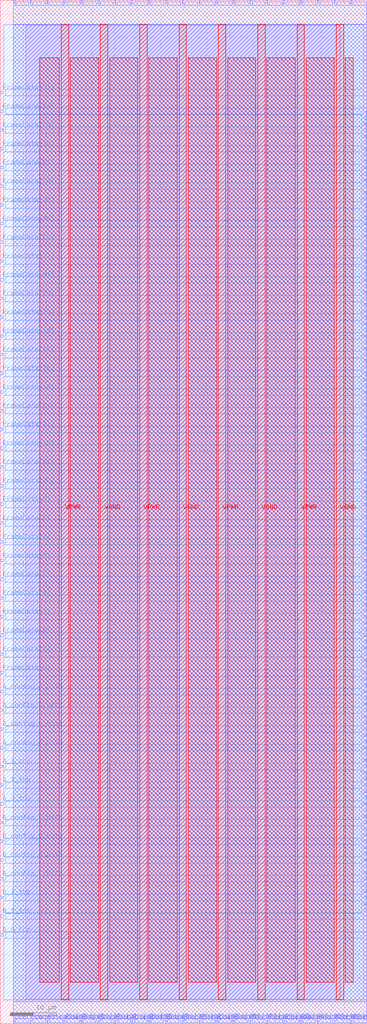
<source format=lef>
VERSION 5.7 ;
  NOWIREEXTENSIONATPIN ON ;
  DIVIDERCHAR "/" ;
  BUSBITCHARS "[]" ;
MACRO W_IO
  CLASS BLOCK ;
  FOREIGN W_IO ;
  ORIGIN 0.000 0.000 ;
  SIZE 80.000 BY 223.115 ;
  PIN A_I_top
    DIRECTION OUTPUT TRISTATE ;
    USE SIGNAL ;
    ANTENNADIFFAREA 0.795200 ;
    PORT
      LAYER met3 ;
        RECT 0.000 55.800 0.800 56.400 ;
    END
  END A_I_top
  PIN A_O_top
    DIRECTION INPUT ;
    USE SIGNAL ;
    ANTENNAGATEAREA 0.196500 ;
    PORT
      LAYER met3 ;
        RECT 0.000 47.640 0.800 48.240 ;
    END
  END A_O_top
  PIN A_T_top
    DIRECTION OUTPUT TRISTATE ;
    USE SIGNAL ;
    ANTENNADIFFAREA 0.795200 ;
    PORT
      LAYER met3 ;
        RECT 0.000 51.720 0.800 52.320 ;
    END
  END A_T_top
  PIN A_config_C_bit0
    DIRECTION OUTPUT TRISTATE ;
    USE SIGNAL ;
    ANTENNADIFFAREA 0.795200 ;
    PORT
      LAYER met3 ;
        RECT 0.000 59.880 0.800 60.480 ;
    END
  END A_config_C_bit0
  PIN A_config_C_bit1
    DIRECTION OUTPUT TRISTATE ;
    USE SIGNAL ;
    ANTENNADIFFAREA 0.795200 ;
    PORT
      LAYER met3 ;
        RECT 0.000 63.960 0.800 64.560 ;
    END
  END A_config_C_bit1
  PIN A_config_C_bit2
    DIRECTION OUTPUT TRISTATE ;
    USE SIGNAL ;
    ANTENNADIFFAREA 0.795200 ;
    PORT
      LAYER met3 ;
        RECT 0.000 68.040 0.800 68.640 ;
    END
  END A_config_C_bit2
  PIN A_config_C_bit3
    DIRECTION OUTPUT TRISTATE ;
    USE SIGNAL ;
    ANTENNADIFFAREA 0.795200 ;
    PORT
      LAYER met3 ;
        RECT 0.000 72.120 0.800 72.720 ;
    END
  END A_config_C_bit3
  PIN B_I_top
    DIRECTION OUTPUT TRISTATE ;
    USE SIGNAL ;
    ANTENNADIFFAREA 0.795200 ;
    PORT
      LAYER met3 ;
        RECT 0.000 27.240 0.800 27.840 ;
    END
  END B_I_top
  PIN B_O_top
    DIRECTION INPUT ;
    USE SIGNAL ;
    ANTENNAGATEAREA 0.196500 ;
    PORT
      LAYER met3 ;
        RECT 0.000 19.080 0.800 19.680 ;
    END
  END B_O_top
  PIN B_T_top
    DIRECTION OUTPUT TRISTATE ;
    USE SIGNAL ;
    ANTENNADIFFAREA 0.795200 ;
    PORT
      LAYER met3 ;
        RECT 0.000 23.160 0.800 23.760 ;
    END
  END B_T_top
  PIN B_config_C_bit0
    DIRECTION OUTPUT TRISTATE ;
    USE SIGNAL ;
    ANTENNADIFFAREA 0.795200 ;
    PORT
      LAYER met3 ;
        RECT 0.000 31.320 0.800 31.920 ;
    END
  END B_config_C_bit0
  PIN B_config_C_bit1
    DIRECTION OUTPUT TRISTATE ;
    USE SIGNAL ;
    ANTENNADIFFAREA 0.795200 ;
    PORT
      LAYER met3 ;
        RECT 0.000 35.400 0.800 36.000 ;
    END
  END B_config_C_bit1
  PIN B_config_C_bit2
    DIRECTION OUTPUT TRISTATE ;
    USE SIGNAL ;
    ANTENNADIFFAREA 0.795200 ;
    PORT
      LAYER met3 ;
        RECT 0.000 39.480 0.800 40.080 ;
    END
  END B_config_C_bit2
  PIN B_config_C_bit3
    DIRECTION OUTPUT TRISTATE ;
    USE SIGNAL ;
    ANTENNADIFFAREA 0.795200 ;
    PORT
      LAYER met3 ;
        RECT 0.000 43.560 0.800 44.160 ;
    END
  END B_config_C_bit3
  PIN E1BEG[0]
    DIRECTION OUTPUT TRISTATE ;
    USE SIGNAL ;
    ANTENNADIFFAREA 0.795200 ;
    PORT
      LAYER met3 ;
        RECT 79.200 89.800 80.000 90.400 ;
    END
  END E1BEG[0]
  PIN E1BEG[1]
    DIRECTION OUTPUT TRISTATE ;
    USE SIGNAL ;
    ANTENNADIFFAREA 0.795200 ;
    PORT
      LAYER met3 ;
        RECT 79.200 91.160 80.000 91.760 ;
    END
  END E1BEG[1]
  PIN E1BEG[2]
    DIRECTION OUTPUT TRISTATE ;
    USE SIGNAL ;
    ANTENNADIFFAREA 0.445500 ;
    PORT
      LAYER met3 ;
        RECT 79.200 92.520 80.000 93.120 ;
    END
  END E1BEG[2]
  PIN E1BEG[3]
    DIRECTION OUTPUT TRISTATE ;
    USE SIGNAL ;
    ANTENNADIFFAREA 0.795200 ;
    PORT
      LAYER met3 ;
        RECT 79.200 93.880 80.000 94.480 ;
    END
  END E1BEG[3]
  PIN E2BEG[0]
    DIRECTION OUTPUT TRISTATE ;
    USE SIGNAL ;
    ANTENNADIFFAREA 0.795200 ;
    PORT
      LAYER met3 ;
        RECT 79.200 95.240 80.000 95.840 ;
    END
  END E2BEG[0]
  PIN E2BEG[1]
    DIRECTION OUTPUT TRISTATE ;
    USE SIGNAL ;
    ANTENNADIFFAREA 0.795200 ;
    PORT
      LAYER met3 ;
        RECT 79.200 96.600 80.000 97.200 ;
    END
  END E2BEG[1]
  PIN E2BEG[2]
    DIRECTION OUTPUT TRISTATE ;
    USE SIGNAL ;
    ANTENNADIFFAREA 0.795200 ;
    PORT
      LAYER met3 ;
        RECT 79.200 97.960 80.000 98.560 ;
    END
  END E2BEG[2]
  PIN E2BEG[3]
    DIRECTION OUTPUT TRISTATE ;
    USE SIGNAL ;
    ANTENNADIFFAREA 0.795200 ;
    PORT
      LAYER met3 ;
        RECT 79.200 99.320 80.000 99.920 ;
    END
  END E2BEG[3]
  PIN E2BEG[4]
    DIRECTION OUTPUT TRISTATE ;
    USE SIGNAL ;
    ANTENNADIFFAREA 0.445500 ;
    PORT
      LAYER met3 ;
        RECT 79.200 100.680 80.000 101.280 ;
    END
  END E2BEG[4]
  PIN E2BEG[5]
    DIRECTION OUTPUT TRISTATE ;
    USE SIGNAL ;
    ANTENNADIFFAREA 0.795200 ;
    PORT
      LAYER met3 ;
        RECT 79.200 102.040 80.000 102.640 ;
    END
  END E2BEG[5]
  PIN E2BEG[6]
    DIRECTION OUTPUT TRISTATE ;
    USE SIGNAL ;
    ANTENNADIFFAREA 0.795200 ;
    PORT
      LAYER met3 ;
        RECT 79.200 103.400 80.000 104.000 ;
    END
  END E2BEG[6]
  PIN E2BEG[7]
    DIRECTION OUTPUT TRISTATE ;
    USE SIGNAL ;
    ANTENNADIFFAREA 0.795200 ;
    PORT
      LAYER met3 ;
        RECT 79.200 104.760 80.000 105.360 ;
    END
  END E2BEG[7]
  PIN E2BEGb[0]
    DIRECTION OUTPUT TRISTATE ;
    USE SIGNAL ;
    ANTENNADIFFAREA 0.445500 ;
    PORT
      LAYER met3 ;
        RECT 79.200 106.120 80.000 106.720 ;
    END
  END E2BEGb[0]
  PIN E2BEGb[1]
    DIRECTION OUTPUT TRISTATE ;
    USE SIGNAL ;
    ANTENNADIFFAREA 0.445500 ;
    PORT
      LAYER met3 ;
        RECT 79.200 107.480 80.000 108.080 ;
    END
  END E2BEGb[1]
  PIN E2BEGb[2]
    DIRECTION OUTPUT TRISTATE ;
    USE SIGNAL ;
    ANTENNADIFFAREA 0.445500 ;
    PORT
      LAYER met3 ;
        RECT 79.200 108.840 80.000 109.440 ;
    END
  END E2BEGb[2]
  PIN E2BEGb[3]
    DIRECTION OUTPUT TRISTATE ;
    USE SIGNAL ;
    ANTENNADIFFAREA 0.795200 ;
    PORT
      LAYER met3 ;
        RECT 79.200 110.200 80.000 110.800 ;
    END
  END E2BEGb[3]
  PIN E2BEGb[4]
    DIRECTION OUTPUT TRISTATE ;
    USE SIGNAL ;
    ANTENNADIFFAREA 0.795200 ;
    PORT
      LAYER met3 ;
        RECT 79.200 111.560 80.000 112.160 ;
    END
  END E2BEGb[4]
  PIN E2BEGb[5]
    DIRECTION OUTPUT TRISTATE ;
    USE SIGNAL ;
    ANTENNADIFFAREA 0.445500 ;
    PORT
      LAYER met3 ;
        RECT 79.200 112.920 80.000 113.520 ;
    END
  END E2BEGb[5]
  PIN E2BEGb[6]
    DIRECTION OUTPUT TRISTATE ;
    USE SIGNAL ;
    ANTENNADIFFAREA 0.445500 ;
    PORT
      LAYER met3 ;
        RECT 79.200 114.280 80.000 114.880 ;
    END
  END E2BEGb[6]
  PIN E2BEGb[7]
    DIRECTION OUTPUT TRISTATE ;
    USE SIGNAL ;
    ANTENNADIFFAREA 0.445500 ;
    PORT
      LAYER met3 ;
        RECT 79.200 115.640 80.000 116.240 ;
    END
  END E2BEGb[7]
  PIN E6BEG[0]
    DIRECTION OUTPUT TRISTATE ;
    USE SIGNAL ;
    ANTENNADIFFAREA 0.445500 ;
    PORT
      LAYER met3 ;
        RECT 79.200 138.760 80.000 139.360 ;
    END
  END E6BEG[0]
  PIN E6BEG[10]
    DIRECTION OUTPUT TRISTATE ;
    USE SIGNAL ;
    ANTENNADIFFAREA 0.445500 ;
    PORT
      LAYER met3 ;
        RECT 79.200 152.360 80.000 152.960 ;
    END
  END E6BEG[10]
  PIN E6BEG[11]
    DIRECTION OUTPUT TRISTATE ;
    USE SIGNAL ;
    ANTENNADIFFAREA 0.795200 ;
    PORT
      LAYER met3 ;
        RECT 79.200 153.720 80.000 154.320 ;
    END
  END E6BEG[11]
  PIN E6BEG[1]
    DIRECTION OUTPUT TRISTATE ;
    USE SIGNAL ;
    ANTENNADIFFAREA 0.445500 ;
    PORT
      LAYER met3 ;
        RECT 79.200 140.120 80.000 140.720 ;
    END
  END E6BEG[1]
  PIN E6BEG[2]
    DIRECTION OUTPUT TRISTATE ;
    USE SIGNAL ;
    ANTENNADIFFAREA 0.795200 ;
    PORT
      LAYER met3 ;
        RECT 79.200 141.480 80.000 142.080 ;
    END
  END E6BEG[2]
  PIN E6BEG[3]
    DIRECTION OUTPUT TRISTATE ;
    USE SIGNAL ;
    ANTENNADIFFAREA 0.795200 ;
    PORT
      LAYER met3 ;
        RECT 79.200 142.840 80.000 143.440 ;
    END
  END E6BEG[3]
  PIN E6BEG[4]
    DIRECTION OUTPUT TRISTATE ;
    USE SIGNAL ;
    ANTENNADIFFAREA 0.795200 ;
    PORT
      LAYER met3 ;
        RECT 79.200 144.200 80.000 144.800 ;
    END
  END E6BEG[4]
  PIN E6BEG[5]
    DIRECTION OUTPUT TRISTATE ;
    USE SIGNAL ;
    ANTENNADIFFAREA 0.795200 ;
    PORT
      LAYER met3 ;
        RECT 79.200 145.560 80.000 146.160 ;
    END
  END E6BEG[5]
  PIN E6BEG[6]
    DIRECTION OUTPUT TRISTATE ;
    USE SIGNAL ;
    ANTENNADIFFAREA 0.795200 ;
    PORT
      LAYER met3 ;
        RECT 79.200 146.920 80.000 147.520 ;
    END
  END E6BEG[6]
  PIN E6BEG[7]
    DIRECTION OUTPUT TRISTATE ;
    USE SIGNAL ;
    ANTENNADIFFAREA 0.795200 ;
    PORT
      LAYER met3 ;
        RECT 79.200 148.280 80.000 148.880 ;
    END
  END E6BEG[7]
  PIN E6BEG[8]
    DIRECTION OUTPUT TRISTATE ;
    USE SIGNAL ;
    ANTENNADIFFAREA 0.795200 ;
    PORT
      LAYER met3 ;
        RECT 79.200 149.640 80.000 150.240 ;
    END
  END E6BEG[8]
  PIN E6BEG[9]
    DIRECTION OUTPUT TRISTATE ;
    USE SIGNAL ;
    ANTENNADIFFAREA 0.795200 ;
    PORT
      LAYER met3 ;
        RECT 79.200 151.000 80.000 151.600 ;
    END
  END E6BEG[9]
  PIN EE4BEG[0]
    DIRECTION OUTPUT TRISTATE ;
    USE SIGNAL ;
    ANTENNADIFFAREA 0.795200 ;
    PORT
      LAYER met3 ;
        RECT 79.200 117.000 80.000 117.600 ;
    END
  END EE4BEG[0]
  PIN EE4BEG[10]
    DIRECTION OUTPUT TRISTATE ;
    USE SIGNAL ;
    ANTENNADIFFAREA 0.795200 ;
    PORT
      LAYER met3 ;
        RECT 79.200 130.600 80.000 131.200 ;
    END
  END EE4BEG[10]
  PIN EE4BEG[11]
    DIRECTION OUTPUT TRISTATE ;
    USE SIGNAL ;
    ANTENNADIFFAREA 0.445500 ;
    PORT
      LAYER met3 ;
        RECT 79.200 131.960 80.000 132.560 ;
    END
  END EE4BEG[11]
  PIN EE4BEG[12]
    DIRECTION OUTPUT TRISTATE ;
    USE SIGNAL ;
    ANTENNADIFFAREA 0.795200 ;
    PORT
      LAYER met3 ;
        RECT 79.200 133.320 80.000 133.920 ;
    END
  END EE4BEG[12]
  PIN EE4BEG[13]
    DIRECTION OUTPUT TRISTATE ;
    USE SIGNAL ;
    ANTENNADIFFAREA 0.795200 ;
    PORT
      LAYER met3 ;
        RECT 79.200 134.680 80.000 135.280 ;
    END
  END EE4BEG[13]
  PIN EE4BEG[14]
    DIRECTION OUTPUT TRISTATE ;
    USE SIGNAL ;
    ANTENNADIFFAREA 0.795200 ;
    PORT
      LAYER met3 ;
        RECT 79.200 136.040 80.000 136.640 ;
    END
  END EE4BEG[14]
  PIN EE4BEG[15]
    DIRECTION OUTPUT TRISTATE ;
    USE SIGNAL ;
    ANTENNADIFFAREA 0.795200 ;
    PORT
      LAYER met3 ;
        RECT 79.200 137.400 80.000 138.000 ;
    END
  END EE4BEG[15]
  PIN EE4BEG[1]
    DIRECTION OUTPUT TRISTATE ;
    USE SIGNAL ;
    ANTENNADIFFAREA 0.445500 ;
    PORT
      LAYER met3 ;
        RECT 79.200 118.360 80.000 118.960 ;
    END
  END EE4BEG[1]
  PIN EE4BEG[2]
    DIRECTION OUTPUT TRISTATE ;
    USE SIGNAL ;
    ANTENNADIFFAREA 0.795200 ;
    PORT
      LAYER met3 ;
        RECT 79.200 119.720 80.000 120.320 ;
    END
  END EE4BEG[2]
  PIN EE4BEG[3]
    DIRECTION OUTPUT TRISTATE ;
    USE SIGNAL ;
    ANTENNADIFFAREA 0.445500 ;
    PORT
      LAYER met3 ;
        RECT 79.200 121.080 80.000 121.680 ;
    END
  END EE4BEG[3]
  PIN EE4BEG[4]
    DIRECTION OUTPUT TRISTATE ;
    USE SIGNAL ;
    ANTENNADIFFAREA 0.795200 ;
    PORT
      LAYER met3 ;
        RECT 79.200 122.440 80.000 123.040 ;
    END
  END EE4BEG[4]
  PIN EE4BEG[5]
    DIRECTION OUTPUT TRISTATE ;
    USE SIGNAL ;
    ANTENNADIFFAREA 0.795200 ;
    PORT
      LAYER met3 ;
        RECT 79.200 123.800 80.000 124.400 ;
    END
  END EE4BEG[5]
  PIN EE4BEG[6]
    DIRECTION OUTPUT TRISTATE ;
    USE SIGNAL ;
    ANTENNADIFFAREA 0.445500 ;
    PORT
      LAYER met3 ;
        RECT 79.200 125.160 80.000 125.760 ;
    END
  END EE4BEG[6]
  PIN EE4BEG[7]
    DIRECTION OUTPUT TRISTATE ;
    USE SIGNAL ;
    ANTENNADIFFAREA 0.795200 ;
    PORT
      LAYER met3 ;
        RECT 79.200 126.520 80.000 127.120 ;
    END
  END EE4BEG[7]
  PIN EE4BEG[8]
    DIRECTION OUTPUT TRISTATE ;
    USE SIGNAL ;
    ANTENNADIFFAREA 0.795200 ;
    PORT
      LAYER met3 ;
        RECT 79.200 127.880 80.000 128.480 ;
    END
  END EE4BEG[8]
  PIN EE4BEG[9]
    DIRECTION OUTPUT TRISTATE ;
    USE SIGNAL ;
    ANTENNADIFFAREA 0.795200 ;
    PORT
      LAYER met3 ;
        RECT 79.200 129.240 80.000 129.840 ;
    END
  END EE4BEG[9]
  PIN FrameData[0]
    DIRECTION INPUT ;
    USE SIGNAL ;
    ANTENNAGATEAREA 0.213000 ;
    PORT
      LAYER met3 ;
        RECT 0.000 76.200 0.800 76.800 ;
    END
  END FrameData[0]
  PIN FrameData[10]
    DIRECTION INPUT ;
    USE SIGNAL ;
    ANTENNAGATEAREA 0.126000 ;
    PORT
      LAYER met3 ;
        RECT 0.000 117.000 0.800 117.600 ;
    END
  END FrameData[10]
  PIN FrameData[11]
    DIRECTION INPUT ;
    USE SIGNAL ;
    ANTENNAGATEAREA 0.213000 ;
    PORT
      LAYER met3 ;
        RECT 0.000 121.080 0.800 121.680 ;
    END
  END FrameData[11]
  PIN FrameData[12]
    DIRECTION INPUT ;
    USE SIGNAL ;
    ANTENNAGATEAREA 0.126000 ;
    PORT
      LAYER met3 ;
        RECT 0.000 125.160 0.800 125.760 ;
    END
  END FrameData[12]
  PIN FrameData[13]
    DIRECTION INPUT ;
    USE SIGNAL ;
    ANTENNAGATEAREA 0.213000 ;
    PORT
      LAYER met3 ;
        RECT 0.000 129.240 0.800 129.840 ;
    END
  END FrameData[13]
  PIN FrameData[14]
    DIRECTION INPUT ;
    USE SIGNAL ;
    ANTENNAGATEAREA 0.213000 ;
    PORT
      LAYER met3 ;
        RECT 0.000 133.320 0.800 133.920 ;
    END
  END FrameData[14]
  PIN FrameData[15]
    DIRECTION INPUT ;
    USE SIGNAL ;
    ANTENNAGATEAREA 0.213000 ;
    PORT
      LAYER met3 ;
        RECT 0.000 137.400 0.800 138.000 ;
    END
  END FrameData[15]
  PIN FrameData[16]
    DIRECTION INPUT ;
    USE SIGNAL ;
    ANTENNAGATEAREA 0.159000 ;
    PORT
      LAYER met3 ;
        RECT 0.000 141.480 0.800 142.080 ;
    END
  END FrameData[16]
  PIN FrameData[17]
    DIRECTION INPUT ;
    USE SIGNAL ;
    ANTENNAGATEAREA 0.159000 ;
    PORT
      LAYER met3 ;
        RECT 0.000 145.560 0.800 146.160 ;
    END
  END FrameData[17]
  PIN FrameData[18]
    DIRECTION INPUT ;
    USE SIGNAL ;
    ANTENNAGATEAREA 0.159000 ;
    PORT
      LAYER met3 ;
        RECT 0.000 149.640 0.800 150.240 ;
    END
  END FrameData[18]
  PIN FrameData[19]
    DIRECTION INPUT ;
    USE SIGNAL ;
    ANTENNAGATEAREA 0.159000 ;
    PORT
      LAYER met3 ;
        RECT 0.000 153.720 0.800 154.320 ;
    END
  END FrameData[19]
  PIN FrameData[1]
    DIRECTION INPUT ;
    USE SIGNAL ;
    ANTENNAGATEAREA 0.213000 ;
    PORT
      LAYER met3 ;
        RECT 0.000 80.280 0.800 80.880 ;
    END
  END FrameData[1]
  PIN FrameData[20]
    DIRECTION INPUT ;
    USE SIGNAL ;
    ANTENNAGATEAREA 0.159000 ;
    PORT
      LAYER met3 ;
        RECT 0.000 157.800 0.800 158.400 ;
    END
  END FrameData[20]
  PIN FrameData[21]
    DIRECTION INPUT ;
    USE SIGNAL ;
    ANTENNAGATEAREA 0.159000 ;
    PORT
      LAYER met3 ;
        RECT 0.000 161.880 0.800 162.480 ;
    END
  END FrameData[21]
  PIN FrameData[22]
    DIRECTION INPUT ;
    USE SIGNAL ;
    ANTENNAGATEAREA 0.159000 ;
    PORT
      LAYER met3 ;
        RECT 0.000 165.960 0.800 166.560 ;
    END
  END FrameData[22]
  PIN FrameData[23]
    DIRECTION INPUT ;
    USE SIGNAL ;
    ANTENNAGATEAREA 0.159000 ;
    PORT
      LAYER met3 ;
        RECT 0.000 170.040 0.800 170.640 ;
    END
  END FrameData[23]
  PIN FrameData[24]
    DIRECTION INPUT ;
    USE SIGNAL ;
    ANTENNAGATEAREA 0.159000 ;
    PORT
      LAYER met3 ;
        RECT 0.000 174.120 0.800 174.720 ;
    END
  END FrameData[24]
  PIN FrameData[25]
    DIRECTION INPUT ;
    USE SIGNAL ;
    ANTENNAGATEAREA 0.159000 ;
    PORT
      LAYER met3 ;
        RECT 0.000 178.200 0.800 178.800 ;
    END
  END FrameData[25]
  PIN FrameData[26]
    DIRECTION INPUT ;
    USE SIGNAL ;
    ANTENNAGATEAREA 0.159000 ;
    PORT
      LAYER met3 ;
        RECT 0.000 182.280 0.800 182.880 ;
    END
  END FrameData[26]
  PIN FrameData[27]
    DIRECTION INPUT ;
    USE SIGNAL ;
    ANTENNAGATEAREA 0.159000 ;
    PORT
      LAYER met3 ;
        RECT 0.000 186.360 0.800 186.960 ;
    END
  END FrameData[27]
  PIN FrameData[28]
    DIRECTION INPUT ;
    USE SIGNAL ;
    ANTENNAGATEAREA 0.159000 ;
    PORT
      LAYER met3 ;
        RECT 0.000 190.440 0.800 191.040 ;
    END
  END FrameData[28]
  PIN FrameData[29]
    DIRECTION INPUT ;
    USE SIGNAL ;
    ANTENNAGATEAREA 0.159000 ;
    PORT
      LAYER met3 ;
        RECT 0.000 194.520 0.800 195.120 ;
    END
  END FrameData[29]
  PIN FrameData[2]
    DIRECTION INPUT ;
    USE SIGNAL ;
    ANTENNAGATEAREA 0.213000 ;
    PORT
      LAYER met3 ;
        RECT 0.000 84.360 0.800 84.960 ;
    END
  END FrameData[2]
  PIN FrameData[30]
    DIRECTION INPUT ;
    USE SIGNAL ;
    ANTENNAGATEAREA 0.159000 ;
    PORT
      LAYER met3 ;
        RECT 0.000 198.600 0.800 199.200 ;
    END
  END FrameData[30]
  PIN FrameData[31]
    DIRECTION INPUT ;
    USE SIGNAL ;
    ANTENNAGATEAREA 0.159000 ;
    PORT
      LAYER met3 ;
        RECT 0.000 202.680 0.800 203.280 ;
    END
  END FrameData[31]
  PIN FrameData[3]
    DIRECTION INPUT ;
    USE SIGNAL ;
    ANTENNAGATEAREA 0.213000 ;
    PORT
      LAYER met3 ;
        RECT 0.000 88.440 0.800 89.040 ;
    END
  END FrameData[3]
  PIN FrameData[4]
    DIRECTION INPUT ;
    USE SIGNAL ;
    ANTENNAGATEAREA 0.159000 ;
    PORT
      LAYER met3 ;
        RECT 0.000 92.520 0.800 93.120 ;
    END
  END FrameData[4]
  PIN FrameData[5]
    DIRECTION INPUT ;
    USE SIGNAL ;
    ANTENNAGATEAREA 0.213000 ;
    PORT
      LAYER met3 ;
        RECT 0.000 96.600 0.800 97.200 ;
    END
  END FrameData[5]
  PIN FrameData[6]
    DIRECTION INPUT ;
    USE SIGNAL ;
    ANTENNAGATEAREA 0.213000 ;
    PORT
      LAYER met3 ;
        RECT 0.000 100.680 0.800 101.280 ;
    END
  END FrameData[6]
  PIN FrameData[7]
    DIRECTION INPUT ;
    USE SIGNAL ;
    ANTENNAGATEAREA 0.213000 ;
    PORT
      LAYER met3 ;
        RECT 0.000 104.760 0.800 105.360 ;
    END
  END FrameData[7]
  PIN FrameData[8]
    DIRECTION INPUT ;
    USE SIGNAL ;
    ANTENNAGATEAREA 0.213000 ;
    PORT
      LAYER met3 ;
        RECT 0.000 108.840 0.800 109.440 ;
    END
  END FrameData[8]
  PIN FrameData[9]
    DIRECTION INPUT ;
    USE SIGNAL ;
    ANTENNAGATEAREA 0.213000 ;
    PORT
      LAYER met3 ;
        RECT 0.000 112.920 0.800 113.520 ;
    END
  END FrameData[9]
  PIN FrameData_O[0]
    DIRECTION OUTPUT TRISTATE ;
    USE SIGNAL ;
    ANTENNADIFFAREA 0.795200 ;
    PORT
      LAYER met3 ;
        RECT 79.200 155.080 80.000 155.680 ;
    END
  END FrameData_O[0]
  PIN FrameData_O[10]
    DIRECTION OUTPUT TRISTATE ;
    USE SIGNAL ;
    ANTENNADIFFAREA 0.795200 ;
    PORT
      LAYER met3 ;
        RECT 79.200 168.680 80.000 169.280 ;
    END
  END FrameData_O[10]
  PIN FrameData_O[11]
    DIRECTION OUTPUT TRISTATE ;
    USE SIGNAL ;
    ANTENNADIFFAREA 0.795200 ;
    PORT
      LAYER met3 ;
        RECT 79.200 170.040 80.000 170.640 ;
    END
  END FrameData_O[11]
  PIN FrameData_O[12]
    DIRECTION OUTPUT TRISTATE ;
    USE SIGNAL ;
    ANTENNADIFFAREA 0.795200 ;
    PORT
      LAYER met3 ;
        RECT 79.200 171.400 80.000 172.000 ;
    END
  END FrameData_O[12]
  PIN FrameData_O[13]
    DIRECTION OUTPUT TRISTATE ;
    USE SIGNAL ;
    ANTENNADIFFAREA 0.795200 ;
    PORT
      LAYER met3 ;
        RECT 79.200 172.760 80.000 173.360 ;
    END
  END FrameData_O[13]
  PIN FrameData_O[14]
    DIRECTION OUTPUT TRISTATE ;
    USE SIGNAL ;
    ANTENNADIFFAREA 0.795200 ;
    PORT
      LAYER met3 ;
        RECT 79.200 174.120 80.000 174.720 ;
    END
  END FrameData_O[14]
  PIN FrameData_O[15]
    DIRECTION OUTPUT TRISTATE ;
    USE SIGNAL ;
    ANTENNADIFFAREA 0.795200 ;
    PORT
      LAYER met3 ;
        RECT 79.200 175.480 80.000 176.080 ;
    END
  END FrameData_O[15]
  PIN FrameData_O[16]
    DIRECTION OUTPUT TRISTATE ;
    USE SIGNAL ;
    ANTENNADIFFAREA 0.795200 ;
    PORT
      LAYER met3 ;
        RECT 79.200 176.840 80.000 177.440 ;
    END
  END FrameData_O[16]
  PIN FrameData_O[17]
    DIRECTION OUTPUT TRISTATE ;
    USE SIGNAL ;
    ANTENNADIFFAREA 0.795200 ;
    PORT
      LAYER met3 ;
        RECT 79.200 178.200 80.000 178.800 ;
    END
  END FrameData_O[17]
  PIN FrameData_O[18]
    DIRECTION OUTPUT TRISTATE ;
    USE SIGNAL ;
    ANTENNADIFFAREA 0.445500 ;
    PORT
      LAYER met3 ;
        RECT 79.200 179.560 80.000 180.160 ;
    END
  END FrameData_O[18]
  PIN FrameData_O[19]
    DIRECTION OUTPUT TRISTATE ;
    USE SIGNAL ;
    ANTENNADIFFAREA 0.795200 ;
    PORT
      LAYER met3 ;
        RECT 79.200 180.920 80.000 181.520 ;
    END
  END FrameData_O[19]
  PIN FrameData_O[1]
    DIRECTION OUTPUT TRISTATE ;
    USE SIGNAL ;
    ANTENNADIFFAREA 0.795200 ;
    PORT
      LAYER met3 ;
        RECT 79.200 156.440 80.000 157.040 ;
    END
  END FrameData_O[1]
  PIN FrameData_O[20]
    DIRECTION OUTPUT TRISTATE ;
    USE SIGNAL ;
    ANTENNADIFFAREA 0.445500 ;
    PORT
      LAYER met3 ;
        RECT 79.200 182.280 80.000 182.880 ;
    END
  END FrameData_O[20]
  PIN FrameData_O[21]
    DIRECTION OUTPUT TRISTATE ;
    USE SIGNAL ;
    ANTENNADIFFAREA 0.795200 ;
    PORT
      LAYER met3 ;
        RECT 79.200 183.640 80.000 184.240 ;
    END
  END FrameData_O[21]
  PIN FrameData_O[22]
    DIRECTION OUTPUT TRISTATE ;
    USE SIGNAL ;
    ANTENNADIFFAREA 0.795200 ;
    PORT
      LAYER met3 ;
        RECT 79.200 185.000 80.000 185.600 ;
    END
  END FrameData_O[22]
  PIN FrameData_O[23]
    DIRECTION OUTPUT TRISTATE ;
    USE SIGNAL ;
    ANTENNADIFFAREA 0.795200 ;
    PORT
      LAYER met3 ;
        RECT 79.200 186.360 80.000 186.960 ;
    END
  END FrameData_O[23]
  PIN FrameData_O[24]
    DIRECTION OUTPUT TRISTATE ;
    USE SIGNAL ;
    ANTENNADIFFAREA 0.445500 ;
    PORT
      LAYER met3 ;
        RECT 79.200 187.720 80.000 188.320 ;
    END
  END FrameData_O[24]
  PIN FrameData_O[25]
    DIRECTION OUTPUT TRISTATE ;
    USE SIGNAL ;
    ANTENNADIFFAREA 0.445500 ;
    PORT
      LAYER met3 ;
        RECT 79.200 189.080 80.000 189.680 ;
    END
  END FrameData_O[25]
  PIN FrameData_O[26]
    DIRECTION OUTPUT TRISTATE ;
    USE SIGNAL ;
    ANTENNADIFFAREA 0.795200 ;
    PORT
      LAYER met3 ;
        RECT 79.200 190.440 80.000 191.040 ;
    END
  END FrameData_O[26]
  PIN FrameData_O[27]
    DIRECTION OUTPUT TRISTATE ;
    USE SIGNAL ;
    ANTENNADIFFAREA 0.795200 ;
    PORT
      LAYER met3 ;
        RECT 79.200 191.800 80.000 192.400 ;
    END
  END FrameData_O[27]
  PIN FrameData_O[28]
    DIRECTION OUTPUT TRISTATE ;
    USE SIGNAL ;
    ANTENNADIFFAREA 0.445500 ;
    PORT
      LAYER met3 ;
        RECT 79.200 193.160 80.000 193.760 ;
    END
  END FrameData_O[28]
  PIN FrameData_O[29]
    DIRECTION OUTPUT TRISTATE ;
    USE SIGNAL ;
    ANTENNADIFFAREA 0.795200 ;
    PORT
      LAYER met3 ;
        RECT 79.200 194.520 80.000 195.120 ;
    END
  END FrameData_O[29]
  PIN FrameData_O[2]
    DIRECTION OUTPUT TRISTATE ;
    USE SIGNAL ;
    ANTENNADIFFAREA 0.795200 ;
    PORT
      LAYER met3 ;
        RECT 79.200 157.800 80.000 158.400 ;
    END
  END FrameData_O[2]
  PIN FrameData_O[30]
    DIRECTION OUTPUT TRISTATE ;
    USE SIGNAL ;
    ANTENNADIFFAREA 0.795200 ;
    PORT
      LAYER met3 ;
        RECT 79.200 195.880 80.000 196.480 ;
    END
  END FrameData_O[30]
  PIN FrameData_O[31]
    DIRECTION OUTPUT TRISTATE ;
    USE SIGNAL ;
    ANTENNADIFFAREA 0.795200 ;
    PORT
      LAYER met3 ;
        RECT 79.200 197.240 80.000 197.840 ;
    END
  END FrameData_O[31]
  PIN FrameData_O[3]
    DIRECTION OUTPUT TRISTATE ;
    USE SIGNAL ;
    ANTENNADIFFAREA 0.795200 ;
    PORT
      LAYER met3 ;
        RECT 79.200 159.160 80.000 159.760 ;
    END
  END FrameData_O[3]
  PIN FrameData_O[4]
    DIRECTION OUTPUT TRISTATE ;
    USE SIGNAL ;
    ANTENNADIFFAREA 0.445500 ;
    PORT
      LAYER met3 ;
        RECT 79.200 160.520 80.000 161.120 ;
    END
  END FrameData_O[4]
  PIN FrameData_O[5]
    DIRECTION OUTPUT TRISTATE ;
    USE SIGNAL ;
    ANTENNADIFFAREA 0.445500 ;
    PORT
      LAYER met3 ;
        RECT 79.200 161.880 80.000 162.480 ;
    END
  END FrameData_O[5]
  PIN FrameData_O[6]
    DIRECTION OUTPUT TRISTATE ;
    USE SIGNAL ;
    ANTENNADIFFAREA 0.795200 ;
    PORT
      LAYER met3 ;
        RECT 79.200 163.240 80.000 163.840 ;
    END
  END FrameData_O[6]
  PIN FrameData_O[7]
    DIRECTION OUTPUT TRISTATE ;
    USE SIGNAL ;
    ANTENNADIFFAREA 0.795200 ;
    PORT
      LAYER met3 ;
        RECT 79.200 164.600 80.000 165.200 ;
    END
  END FrameData_O[7]
  PIN FrameData_O[8]
    DIRECTION OUTPUT TRISTATE ;
    USE SIGNAL ;
    ANTENNADIFFAREA 0.445500 ;
    PORT
      LAYER met3 ;
        RECT 79.200 165.960 80.000 166.560 ;
    END
  END FrameData_O[8]
  PIN FrameData_O[9]
    DIRECTION OUTPUT TRISTATE ;
    USE SIGNAL ;
    ANTENNADIFFAREA 0.795200 ;
    PORT
      LAYER met3 ;
        RECT 79.200 167.320 80.000 167.920 ;
    END
  END FrameData_O[9]
  PIN FrameStrobe[0]
    DIRECTION INPUT ;
    USE SIGNAL ;
    ANTENNAGATEAREA 0.742500 ;
    PORT
      LAYER met2 ;
        RECT 6.530 0.000 6.810 0.800 ;
    END
  END FrameStrobe[0]
  PIN FrameStrobe[10]
    DIRECTION INPUT ;
    USE SIGNAL ;
    ANTENNAGATEAREA 0.196500 ;
    PORT
      LAYER met2 ;
        RECT 43.330 0.000 43.610 0.800 ;
    END
  END FrameStrobe[10]
  PIN FrameStrobe[11]
    DIRECTION INPUT ;
    USE SIGNAL ;
    ANTENNAGATEAREA 0.196500 ;
    PORT
      LAYER met2 ;
        RECT 47.010 0.000 47.290 0.800 ;
    END
  END FrameStrobe[11]
  PIN FrameStrobe[12]
    DIRECTION INPUT ;
    USE SIGNAL ;
    ANTENNAGATEAREA 0.196500 ;
    PORT
      LAYER met2 ;
        RECT 50.690 0.000 50.970 0.800 ;
    END
  END FrameStrobe[12]
  PIN FrameStrobe[13]
    DIRECTION INPUT ;
    USE SIGNAL ;
    ANTENNAGATEAREA 0.196500 ;
    PORT
      LAYER met2 ;
        RECT 54.370 0.000 54.650 0.800 ;
    END
  END FrameStrobe[13]
  PIN FrameStrobe[14]
    DIRECTION INPUT ;
    USE SIGNAL ;
    ANTENNAGATEAREA 0.196500 ;
    PORT
      LAYER met2 ;
        RECT 58.050 0.000 58.330 0.800 ;
    END
  END FrameStrobe[14]
  PIN FrameStrobe[15]
    DIRECTION INPUT ;
    USE SIGNAL ;
    ANTENNAGATEAREA 0.196500 ;
    PORT
      LAYER met2 ;
        RECT 61.730 0.000 62.010 0.800 ;
    END
  END FrameStrobe[15]
  PIN FrameStrobe[16]
    DIRECTION INPUT ;
    USE SIGNAL ;
    ANTENNAGATEAREA 0.196500 ;
    PORT
      LAYER met2 ;
        RECT 65.410 0.000 65.690 0.800 ;
    END
  END FrameStrobe[16]
  PIN FrameStrobe[17]
    DIRECTION INPUT ;
    USE SIGNAL ;
    ANTENNAGATEAREA 0.196500 ;
    PORT
      LAYER met2 ;
        RECT 69.090 0.000 69.370 0.800 ;
    END
  END FrameStrobe[17]
  PIN FrameStrobe[18]
    DIRECTION INPUT ;
    USE SIGNAL ;
    ANTENNAGATEAREA 0.196500 ;
    PORT
      LAYER met2 ;
        RECT 72.770 0.000 73.050 0.800 ;
    END
  END FrameStrobe[18]
  PIN FrameStrobe[19]
    DIRECTION INPUT ;
    USE SIGNAL ;
    ANTENNAGATEAREA 0.196500 ;
    PORT
      LAYER met2 ;
        RECT 76.450 0.000 76.730 0.800 ;
    END
  END FrameStrobe[19]
  PIN FrameStrobe[1]
    DIRECTION INPUT ;
    USE SIGNAL ;
    ANTENNAGATEAREA 0.742500 ;
    PORT
      LAYER met2 ;
        RECT 10.210 0.000 10.490 0.800 ;
    END
  END FrameStrobe[1]
  PIN FrameStrobe[2]
    DIRECTION INPUT ;
    USE SIGNAL ;
    ANTENNAGATEAREA 0.742500 ;
    PORT
      LAYER met2 ;
        RECT 13.890 0.000 14.170 0.800 ;
    END
  END FrameStrobe[2]
  PIN FrameStrobe[3]
    DIRECTION INPUT ;
    USE SIGNAL ;
    ANTENNAGATEAREA 0.247500 ;
    PORT
      LAYER met2 ;
        RECT 17.570 0.000 17.850 0.800 ;
    END
  END FrameStrobe[3]
  PIN FrameStrobe[4]
    DIRECTION INPUT ;
    USE SIGNAL ;
    ANTENNAGATEAREA 0.196500 ;
    PORT
      LAYER met2 ;
        RECT 21.250 0.000 21.530 0.800 ;
    END
  END FrameStrobe[4]
  PIN FrameStrobe[5]
    DIRECTION INPUT ;
    USE SIGNAL ;
    ANTENNAGATEAREA 0.196500 ;
    PORT
      LAYER met2 ;
        RECT 24.930 0.000 25.210 0.800 ;
    END
  END FrameStrobe[5]
  PIN FrameStrobe[6]
    DIRECTION INPUT ;
    USE SIGNAL ;
    ANTENNAGATEAREA 0.196500 ;
    PORT
      LAYER met2 ;
        RECT 28.610 0.000 28.890 0.800 ;
    END
  END FrameStrobe[6]
  PIN FrameStrobe[7]
    DIRECTION INPUT ;
    USE SIGNAL ;
    ANTENNAGATEAREA 0.196500 ;
    PORT
      LAYER met2 ;
        RECT 32.290 0.000 32.570 0.800 ;
    END
  END FrameStrobe[7]
  PIN FrameStrobe[8]
    DIRECTION INPUT ;
    USE SIGNAL ;
    ANTENNAGATEAREA 0.196500 ;
    PORT
      LAYER met2 ;
        RECT 35.970 0.000 36.250 0.800 ;
    END
  END FrameStrobe[8]
  PIN FrameStrobe[9]
    DIRECTION INPUT ;
    USE SIGNAL ;
    ANTENNAGATEAREA 0.196500 ;
    PORT
      LAYER met2 ;
        RECT 39.650 0.000 39.930 0.800 ;
    END
  END FrameStrobe[9]
  PIN FrameStrobe_O[0]
    DIRECTION OUTPUT TRISTATE ;
    USE SIGNAL ;
    ANTENNADIFFAREA 0.795200 ;
    PORT
      LAYER met2 ;
        RECT 6.530 222.315 6.810 223.115 ;
    END
  END FrameStrobe_O[0]
  PIN FrameStrobe_O[10]
    DIRECTION OUTPUT TRISTATE ;
    USE SIGNAL ;
    ANTENNADIFFAREA 0.445500 ;
    PORT
      LAYER met2 ;
        RECT 43.330 222.315 43.610 223.115 ;
    END
  END FrameStrobe_O[10]
  PIN FrameStrobe_O[11]
    DIRECTION OUTPUT TRISTATE ;
    USE SIGNAL ;
    ANTENNADIFFAREA 0.795200 ;
    PORT
      LAYER met2 ;
        RECT 47.010 222.315 47.290 223.115 ;
    END
  END FrameStrobe_O[11]
  PIN FrameStrobe_O[12]
    DIRECTION OUTPUT TRISTATE ;
    USE SIGNAL ;
    ANTENNADIFFAREA 0.445500 ;
    PORT
      LAYER met2 ;
        RECT 50.690 222.315 50.970 223.115 ;
    END
  END FrameStrobe_O[12]
  PIN FrameStrobe_O[13]
    DIRECTION OUTPUT TRISTATE ;
    USE SIGNAL ;
    ANTENNADIFFAREA 0.795200 ;
    PORT
      LAYER met2 ;
        RECT 54.370 222.315 54.650 223.115 ;
    END
  END FrameStrobe_O[13]
  PIN FrameStrobe_O[14]
    DIRECTION OUTPUT TRISTATE ;
    USE SIGNAL ;
    ANTENNADIFFAREA 0.445500 ;
    PORT
      LAYER met2 ;
        RECT 58.050 222.315 58.330 223.115 ;
    END
  END FrameStrobe_O[14]
  PIN FrameStrobe_O[15]
    DIRECTION OUTPUT TRISTATE ;
    USE SIGNAL ;
    ANTENNADIFFAREA 0.795200 ;
    PORT
      LAYER met2 ;
        RECT 61.730 222.315 62.010 223.115 ;
    END
  END FrameStrobe_O[15]
  PIN FrameStrobe_O[16]
    DIRECTION OUTPUT TRISTATE ;
    USE SIGNAL ;
    ANTENNADIFFAREA 0.445500 ;
    PORT
      LAYER met2 ;
        RECT 65.410 222.315 65.690 223.115 ;
    END
  END FrameStrobe_O[16]
  PIN FrameStrobe_O[17]
    DIRECTION OUTPUT TRISTATE ;
    USE SIGNAL ;
    ANTENNADIFFAREA 0.445500 ;
    PORT
      LAYER met2 ;
        RECT 69.090 222.315 69.370 223.115 ;
    END
  END FrameStrobe_O[17]
  PIN FrameStrobe_O[18]
    DIRECTION OUTPUT TRISTATE ;
    USE SIGNAL ;
    ANTENNADIFFAREA 0.445500 ;
    PORT
      LAYER met2 ;
        RECT 72.770 222.315 73.050 223.115 ;
    END
  END FrameStrobe_O[18]
  PIN FrameStrobe_O[19]
    DIRECTION OUTPUT TRISTATE ;
    USE SIGNAL ;
    ANTENNADIFFAREA 0.795200 ;
    PORT
      LAYER met2 ;
        RECT 76.450 222.315 76.730 223.115 ;
    END
  END FrameStrobe_O[19]
  PIN FrameStrobe_O[1]
    DIRECTION OUTPUT TRISTATE ;
    USE SIGNAL ;
    ANTENNADIFFAREA 0.445500 ;
    PORT
      LAYER met2 ;
        RECT 10.210 222.315 10.490 223.115 ;
    END
  END FrameStrobe_O[1]
  PIN FrameStrobe_O[2]
    DIRECTION OUTPUT TRISTATE ;
    USE SIGNAL ;
    ANTENNADIFFAREA 0.795200 ;
    PORT
      LAYER met2 ;
        RECT 13.890 222.315 14.170 223.115 ;
    END
  END FrameStrobe_O[2]
  PIN FrameStrobe_O[3]
    DIRECTION OUTPUT TRISTATE ;
    USE SIGNAL ;
    ANTENNADIFFAREA 0.445500 ;
    PORT
      LAYER met2 ;
        RECT 17.570 222.315 17.850 223.115 ;
    END
  END FrameStrobe_O[3]
  PIN FrameStrobe_O[4]
    DIRECTION OUTPUT TRISTATE ;
    USE SIGNAL ;
    ANTENNADIFFAREA 0.445500 ;
    PORT
      LAYER met2 ;
        RECT 21.250 222.315 21.530 223.115 ;
    END
  END FrameStrobe_O[4]
  PIN FrameStrobe_O[5]
    DIRECTION OUTPUT TRISTATE ;
    USE SIGNAL ;
    ANTENNADIFFAREA 0.445500 ;
    PORT
      LAYER met2 ;
        RECT 24.930 222.315 25.210 223.115 ;
    END
  END FrameStrobe_O[5]
  PIN FrameStrobe_O[6]
    DIRECTION OUTPUT TRISTATE ;
    USE SIGNAL ;
    ANTENNADIFFAREA 0.445500 ;
    PORT
      LAYER met2 ;
        RECT 28.610 222.315 28.890 223.115 ;
    END
  END FrameStrobe_O[6]
  PIN FrameStrobe_O[7]
    DIRECTION OUTPUT TRISTATE ;
    USE SIGNAL ;
    ANTENNADIFFAREA 0.445500 ;
    PORT
      LAYER met2 ;
        RECT 32.290 222.315 32.570 223.115 ;
    END
  END FrameStrobe_O[7]
  PIN FrameStrobe_O[8]
    DIRECTION OUTPUT TRISTATE ;
    USE SIGNAL ;
    ANTENNADIFFAREA 0.445500 ;
    PORT
      LAYER met2 ;
        RECT 35.970 222.315 36.250 223.115 ;
    END
  END FrameStrobe_O[8]
  PIN FrameStrobe_O[9]
    DIRECTION OUTPUT TRISTATE ;
    USE SIGNAL ;
    ANTENNADIFFAREA 0.445500 ;
    PORT
      LAYER met2 ;
        RECT 39.650 222.315 39.930 223.115 ;
    END
  END FrameStrobe_O[9]
  PIN UserCLK
    DIRECTION INPUT ;
    USE SIGNAL ;
    ANTENNAGATEAREA 1.170000 ;
    PORT
      LAYER met2 ;
        RECT 2.850 0.000 3.130 0.800 ;
    END
  END UserCLK
  PIN UserCLKo
    DIRECTION OUTPUT TRISTATE ;
    USE SIGNAL ;
    ANTENNADIFFAREA 0.340600 ;
    PORT
      LAYER met2 ;
        RECT 2.850 222.315 3.130 223.115 ;
    END
  END UserCLKo
  PIN VGND
    DIRECTION INOUT ;
    USE GROUND ;
    PORT
      LAYER met4 ;
        RECT 21.850 5.200 23.450 217.840 ;
    END
    PORT
      LAYER met4 ;
        RECT 38.985 5.200 40.585 217.840 ;
    END
    PORT
      LAYER met4 ;
        RECT 56.120 5.200 57.720 217.840 ;
    END
    PORT
      LAYER met4 ;
        RECT 73.255 5.200 74.855 217.840 ;
    END
  END VGND
  PIN VPWR
    DIRECTION INOUT ;
    USE POWER ;
    PORT
      LAYER met4 ;
        RECT 13.285 5.200 14.885 217.840 ;
    END
    PORT
      LAYER met4 ;
        RECT 30.420 5.200 32.020 217.840 ;
    END
    PORT
      LAYER met4 ;
        RECT 47.555 5.200 49.155 217.840 ;
    END
    PORT
      LAYER met4 ;
        RECT 64.690 5.200 66.290 217.840 ;
    END
  END VPWR
  PIN W1END[0]
    DIRECTION INPUT ;
    USE SIGNAL ;
    ANTENNAGATEAREA 0.213000 ;
    PORT
      LAYER met3 ;
        RECT 79.200 24.520 80.000 25.120 ;
    END
  END W1END[0]
  PIN W1END[1]
    DIRECTION INPUT ;
    USE SIGNAL ;
    ANTENNAGATEAREA 0.213000 ;
    PORT
      LAYER met3 ;
        RECT 79.200 25.880 80.000 26.480 ;
    END
  END W1END[1]
  PIN W1END[2]
    DIRECTION INPUT ;
    USE SIGNAL ;
    ANTENNAGATEAREA 0.196500 ;
    PORT
      LAYER met3 ;
        RECT 79.200 27.240 80.000 27.840 ;
    END
  END W1END[2]
  PIN W1END[3]
    DIRECTION INPUT ;
    USE SIGNAL ;
    ANTENNAGATEAREA 0.196500 ;
    PORT
      LAYER met3 ;
        RECT 79.200 28.600 80.000 29.200 ;
    END
  END W1END[3]
  PIN W2END[0]
    DIRECTION INPUT ;
    USE SIGNAL ;
    ANTENNAGATEAREA 0.213000 ;
    PORT
      LAYER met3 ;
        RECT 79.200 40.840 80.000 41.440 ;
    END
  END W2END[0]
  PIN W2END[1]
    DIRECTION INPUT ;
    USE SIGNAL ;
    ANTENNAGATEAREA 0.196500 ;
    PORT
      LAYER met3 ;
        RECT 79.200 42.200 80.000 42.800 ;
    END
  END W2END[1]
  PIN W2END[2]
    DIRECTION INPUT ;
    USE SIGNAL ;
    ANTENNAGATEAREA 0.196500 ;
    PORT
      LAYER met3 ;
        RECT 79.200 43.560 80.000 44.160 ;
    END
  END W2END[2]
  PIN W2END[3]
    DIRECTION INPUT ;
    USE SIGNAL ;
    ANTENNAGATEAREA 0.196500 ;
    PORT
      LAYER met3 ;
        RECT 79.200 44.920 80.000 45.520 ;
    END
  END W2END[3]
  PIN W2END[4]
    DIRECTION INPUT ;
    USE SIGNAL ;
    ANTENNAGATEAREA 0.126000 ;
    PORT
      LAYER met3 ;
        RECT 79.200 46.280 80.000 46.880 ;
    END
  END W2END[4]
  PIN W2END[5]
    DIRECTION INPUT ;
    USE SIGNAL ;
    ANTENNAGATEAREA 0.196500 ;
    PORT
      LAYER met3 ;
        RECT 79.200 47.640 80.000 48.240 ;
    END
  END W2END[5]
  PIN W2END[6]
    DIRECTION INPUT ;
    USE SIGNAL ;
    ANTENNAGATEAREA 0.213000 ;
    PORT
      LAYER met3 ;
        RECT 79.200 49.000 80.000 49.600 ;
    END
  END W2END[6]
  PIN W2END[7]
    DIRECTION INPUT ;
    USE SIGNAL ;
    ANTENNAGATEAREA 0.196500 ;
    PORT
      LAYER met3 ;
        RECT 79.200 50.360 80.000 50.960 ;
    END
  END W2END[7]
  PIN W2MID[0]
    DIRECTION INPUT ;
    USE SIGNAL ;
    ANTENNAGATEAREA 0.126000 ;
    PORT
      LAYER met3 ;
        RECT 79.200 29.960 80.000 30.560 ;
    END
  END W2MID[0]
  PIN W2MID[1]
    DIRECTION INPUT ;
    USE SIGNAL ;
    ANTENNAGATEAREA 0.213000 ;
    PORT
      LAYER met3 ;
        RECT 79.200 31.320 80.000 31.920 ;
    END
  END W2MID[1]
  PIN W2MID[2]
    DIRECTION INPUT ;
    USE SIGNAL ;
    ANTENNAGATEAREA 0.126000 ;
    PORT
      LAYER met3 ;
        RECT 79.200 32.680 80.000 33.280 ;
    END
  END W2MID[2]
  PIN W2MID[3]
    DIRECTION INPUT ;
    USE SIGNAL ;
    ANTENNAGATEAREA 0.196500 ;
    PORT
      LAYER met3 ;
        RECT 79.200 34.040 80.000 34.640 ;
    END
  END W2MID[3]
  PIN W2MID[4]
    DIRECTION INPUT ;
    USE SIGNAL ;
    ANTENNAGATEAREA 0.213000 ;
    PORT
      LAYER met3 ;
        RECT 79.200 35.400 80.000 36.000 ;
    END
  END W2MID[4]
  PIN W2MID[5]
    DIRECTION INPUT ;
    USE SIGNAL ;
    ANTENNAGATEAREA 0.213000 ;
    PORT
      LAYER met3 ;
        RECT 79.200 36.760 80.000 37.360 ;
    END
  END W2MID[5]
  PIN W2MID[6]
    DIRECTION INPUT ;
    USE SIGNAL ;
    ANTENNAGATEAREA 0.213000 ;
    PORT
      LAYER met3 ;
        RECT 79.200 38.120 80.000 38.720 ;
    END
  END W2MID[6]
  PIN W2MID[7]
    DIRECTION INPUT ;
    USE SIGNAL ;
    ANTENNAGATEAREA 0.213000 ;
    PORT
      LAYER met3 ;
        RECT 79.200 39.480 80.000 40.080 ;
    END
  END W2MID[7]
  PIN W6END[0]
    DIRECTION INPUT ;
    USE SIGNAL ;
    ANTENNAGATEAREA 0.213000 ;
    PORT
      LAYER met3 ;
        RECT 79.200 73.480 80.000 74.080 ;
    END
  END W6END[0]
  PIN W6END[10]
    DIRECTION INPUT ;
    USE SIGNAL ;
    ANTENNAGATEAREA 0.196500 ;
    PORT
      LAYER met3 ;
        RECT 79.200 87.080 80.000 87.680 ;
    END
  END W6END[10]
  PIN W6END[11]
    DIRECTION INPUT ;
    USE SIGNAL ;
    ANTENNAGATEAREA 0.196500 ;
    PORT
      LAYER met3 ;
        RECT 79.200 88.440 80.000 89.040 ;
    END
  END W6END[11]
  PIN W6END[1]
    DIRECTION INPUT ;
    USE SIGNAL ;
    ANTENNAGATEAREA 0.213000 ;
    PORT
      LAYER met3 ;
        RECT 79.200 74.840 80.000 75.440 ;
    END
  END W6END[1]
  PIN W6END[2]
    DIRECTION INPUT ;
    USE SIGNAL ;
    ANTENNAGATEAREA 0.213000 ;
    PORT
      LAYER met3 ;
        RECT 79.200 76.200 80.000 76.800 ;
    END
  END W6END[2]
  PIN W6END[3]
    DIRECTION INPUT ;
    USE SIGNAL ;
    ANTENNAGATEAREA 0.213000 ;
    PORT
      LAYER met3 ;
        RECT 79.200 77.560 80.000 78.160 ;
    END
  END W6END[3]
  PIN W6END[4]
    DIRECTION INPUT ;
    USE SIGNAL ;
    ANTENNAGATEAREA 0.213000 ;
    PORT
      LAYER met3 ;
        RECT 79.200 78.920 80.000 79.520 ;
    END
  END W6END[4]
  PIN W6END[5]
    DIRECTION INPUT ;
    USE SIGNAL ;
    ANTENNAGATEAREA 0.213000 ;
    PORT
      LAYER met3 ;
        RECT 79.200 80.280 80.000 80.880 ;
    END
  END W6END[5]
  PIN W6END[6]
    DIRECTION INPUT ;
    USE SIGNAL ;
    ANTENNAGATEAREA 0.213000 ;
    PORT
      LAYER met3 ;
        RECT 79.200 81.640 80.000 82.240 ;
    END
  END W6END[6]
  PIN W6END[7]
    DIRECTION INPUT ;
    USE SIGNAL ;
    ANTENNAGATEAREA 0.213000 ;
    PORT
      LAYER met3 ;
        RECT 79.200 83.000 80.000 83.600 ;
    END
  END W6END[7]
  PIN W6END[8]
    DIRECTION INPUT ;
    USE SIGNAL ;
    ANTENNAGATEAREA 0.196500 ;
    PORT
      LAYER met3 ;
        RECT 79.200 84.360 80.000 84.960 ;
    END
  END W6END[8]
  PIN W6END[9]
    DIRECTION INPUT ;
    USE SIGNAL ;
    ANTENNAGATEAREA 0.196500 ;
    PORT
      LAYER met3 ;
        RECT 79.200 85.720 80.000 86.320 ;
    END
  END W6END[9]
  PIN WW4END[0]
    DIRECTION INPUT ;
    USE SIGNAL ;
    ANTENNAGATEAREA 0.196500 ;
    PORT
      LAYER met3 ;
        RECT 79.200 51.720 80.000 52.320 ;
    END
  END WW4END[0]
  PIN WW4END[10]
    DIRECTION INPUT ;
    USE SIGNAL ;
    ANTENNAGATEAREA 0.196500 ;
    PORT
      LAYER met3 ;
        RECT 79.200 65.320 80.000 65.920 ;
    END
  END WW4END[10]
  PIN WW4END[11]
    DIRECTION INPUT ;
    USE SIGNAL ;
    ANTENNAGATEAREA 0.196500 ;
    PORT
      LAYER met3 ;
        RECT 79.200 66.680 80.000 67.280 ;
    END
  END WW4END[11]
  PIN WW4END[12]
    DIRECTION INPUT ;
    USE SIGNAL ;
    ANTENNAGATEAREA 0.196500 ;
    PORT
      LAYER met3 ;
        RECT 79.200 68.040 80.000 68.640 ;
    END
  END WW4END[12]
  PIN WW4END[13]
    DIRECTION INPUT ;
    USE SIGNAL ;
    ANTENNAGATEAREA 0.196500 ;
    PORT
      LAYER met3 ;
        RECT 79.200 69.400 80.000 70.000 ;
    END
  END WW4END[13]
  PIN WW4END[14]
    DIRECTION INPUT ;
    USE SIGNAL ;
    ANTENNAGATEAREA 0.196500 ;
    PORT
      LAYER met3 ;
        RECT 79.200 70.760 80.000 71.360 ;
    END
  END WW4END[14]
  PIN WW4END[15]
    DIRECTION INPUT ;
    USE SIGNAL ;
    ANTENNAGATEAREA 0.196500 ;
    PORT
      LAYER met3 ;
        RECT 79.200 72.120 80.000 72.720 ;
    END
  END WW4END[15]
  PIN WW4END[1]
    DIRECTION INPUT ;
    USE SIGNAL ;
    ANTENNAGATEAREA 0.126000 ;
    PORT
      LAYER met3 ;
        RECT 79.200 53.080 80.000 53.680 ;
    END
  END WW4END[1]
  PIN WW4END[2]
    DIRECTION INPUT ;
    USE SIGNAL ;
    ANTENNAGATEAREA 0.196500 ;
    PORT
      LAYER met3 ;
        RECT 79.200 54.440 80.000 55.040 ;
    END
  END WW4END[2]
  PIN WW4END[3]
    DIRECTION INPUT ;
    USE SIGNAL ;
    ANTENNAGATEAREA 0.196500 ;
    PORT
      LAYER met3 ;
        RECT 79.200 55.800 80.000 56.400 ;
    END
  END WW4END[3]
  PIN WW4END[4]
    DIRECTION INPUT ;
    USE SIGNAL ;
    ANTENNAGATEAREA 0.196500 ;
    PORT
      LAYER met3 ;
        RECT 79.200 57.160 80.000 57.760 ;
    END
  END WW4END[4]
  PIN WW4END[5]
    DIRECTION INPUT ;
    USE SIGNAL ;
    ANTENNAGATEAREA 0.196500 ;
    PORT
      LAYER met3 ;
        RECT 79.200 58.520 80.000 59.120 ;
    END
  END WW4END[5]
  PIN WW4END[6]
    DIRECTION INPUT ;
    USE SIGNAL ;
    ANTENNAGATEAREA 0.196500 ;
    PORT
      LAYER met3 ;
        RECT 79.200 59.880 80.000 60.480 ;
    END
  END WW4END[6]
  PIN WW4END[7]
    DIRECTION INPUT ;
    USE SIGNAL ;
    ANTENNAGATEAREA 0.196500 ;
    PORT
      LAYER met3 ;
        RECT 79.200 61.240 80.000 61.840 ;
    END
  END WW4END[7]
  PIN WW4END[8]
    DIRECTION INPUT ;
    USE SIGNAL ;
    ANTENNAGATEAREA 0.196500 ;
    PORT
      LAYER met3 ;
        RECT 79.200 62.600 80.000 63.200 ;
    END
  END WW4END[8]
  PIN WW4END[9]
    DIRECTION INPUT ;
    USE SIGNAL ;
    ANTENNAGATEAREA 0.126000 ;
    PORT
      LAYER met3 ;
        RECT 79.200 63.960 80.000 64.560 ;
    END
  END WW4END[9]
  OBS
      LAYER li1 ;
        RECT 5.520 5.355 74.060 217.685 ;
      LAYER met1 ;
        RECT 2.830 4.800 79.970 217.840 ;
      LAYER met2 ;
        RECT 3.410 222.035 6.250 222.770 ;
        RECT 7.090 222.035 9.930 222.770 ;
        RECT 10.770 222.035 13.610 222.770 ;
        RECT 14.450 222.035 17.290 222.770 ;
        RECT 18.130 222.035 20.970 222.770 ;
        RECT 21.810 222.035 24.650 222.770 ;
        RECT 25.490 222.035 28.330 222.770 ;
        RECT 29.170 222.035 32.010 222.770 ;
        RECT 32.850 222.035 35.690 222.770 ;
        RECT 36.530 222.035 39.370 222.770 ;
        RECT 40.210 222.035 43.050 222.770 ;
        RECT 43.890 222.035 46.730 222.770 ;
        RECT 47.570 222.035 50.410 222.770 ;
        RECT 51.250 222.035 54.090 222.770 ;
        RECT 54.930 222.035 57.770 222.770 ;
        RECT 58.610 222.035 61.450 222.770 ;
        RECT 62.290 222.035 65.130 222.770 ;
        RECT 65.970 222.035 68.810 222.770 ;
        RECT 69.650 222.035 72.490 222.770 ;
        RECT 73.330 222.035 76.170 222.770 ;
        RECT 77.010 222.035 79.940 222.770 ;
        RECT 2.860 1.080 79.940 222.035 ;
        RECT 3.410 0.270 6.250 1.080 ;
        RECT 7.090 0.270 9.930 1.080 ;
        RECT 10.770 0.270 13.610 1.080 ;
        RECT 14.450 0.270 17.290 1.080 ;
        RECT 18.130 0.270 20.970 1.080 ;
        RECT 21.810 0.270 24.650 1.080 ;
        RECT 25.490 0.270 28.330 1.080 ;
        RECT 29.170 0.270 32.010 1.080 ;
        RECT 32.850 0.270 35.690 1.080 ;
        RECT 36.530 0.270 39.370 1.080 ;
        RECT 40.210 0.270 43.050 1.080 ;
        RECT 43.890 0.270 46.730 1.080 ;
        RECT 47.570 0.270 50.410 1.080 ;
        RECT 51.250 0.270 54.090 1.080 ;
        RECT 54.930 0.270 57.770 1.080 ;
        RECT 58.610 0.270 61.450 1.080 ;
        RECT 62.290 0.270 65.130 1.080 ;
        RECT 65.970 0.270 68.810 1.080 ;
        RECT 69.650 0.270 72.490 1.080 ;
        RECT 73.330 0.270 76.170 1.080 ;
        RECT 77.010 0.270 79.940 1.080 ;
      LAYER met3 ;
        RECT 0.800 203.680 79.200 217.765 ;
        RECT 1.200 202.280 79.200 203.680 ;
        RECT 0.800 199.600 79.200 202.280 ;
        RECT 1.200 198.240 79.200 199.600 ;
        RECT 1.200 198.200 78.800 198.240 ;
        RECT 0.800 195.520 78.800 198.200 ;
        RECT 1.200 194.120 78.800 195.520 ;
        RECT 0.800 191.440 78.800 194.120 ;
        RECT 1.200 190.040 78.800 191.440 ;
        RECT 0.800 187.360 78.800 190.040 ;
        RECT 1.200 185.960 78.800 187.360 ;
        RECT 0.800 183.280 78.800 185.960 ;
        RECT 1.200 181.880 78.800 183.280 ;
        RECT 0.800 179.200 78.800 181.880 ;
        RECT 1.200 177.800 78.800 179.200 ;
        RECT 0.800 175.120 78.800 177.800 ;
        RECT 1.200 173.720 78.800 175.120 ;
        RECT 0.800 171.040 78.800 173.720 ;
        RECT 1.200 169.640 78.800 171.040 ;
        RECT 0.800 166.960 78.800 169.640 ;
        RECT 1.200 165.560 78.800 166.960 ;
        RECT 0.800 162.880 78.800 165.560 ;
        RECT 1.200 161.480 78.800 162.880 ;
        RECT 0.800 158.800 78.800 161.480 ;
        RECT 1.200 157.400 78.800 158.800 ;
        RECT 0.800 154.720 78.800 157.400 ;
        RECT 1.200 153.320 78.800 154.720 ;
        RECT 0.800 150.640 78.800 153.320 ;
        RECT 1.200 149.240 78.800 150.640 ;
        RECT 0.800 146.560 78.800 149.240 ;
        RECT 1.200 145.160 78.800 146.560 ;
        RECT 0.800 142.480 78.800 145.160 ;
        RECT 1.200 141.080 78.800 142.480 ;
        RECT 0.800 138.400 78.800 141.080 ;
        RECT 1.200 137.000 78.800 138.400 ;
        RECT 0.800 134.320 78.800 137.000 ;
        RECT 1.200 132.920 78.800 134.320 ;
        RECT 0.800 130.240 78.800 132.920 ;
        RECT 1.200 128.840 78.800 130.240 ;
        RECT 0.800 126.160 78.800 128.840 ;
        RECT 1.200 124.760 78.800 126.160 ;
        RECT 0.800 122.080 78.800 124.760 ;
        RECT 1.200 120.680 78.800 122.080 ;
        RECT 0.800 118.000 78.800 120.680 ;
        RECT 1.200 116.600 78.800 118.000 ;
        RECT 0.800 113.920 78.800 116.600 ;
        RECT 1.200 112.520 78.800 113.920 ;
        RECT 0.800 109.840 78.800 112.520 ;
        RECT 1.200 108.440 78.800 109.840 ;
        RECT 0.800 105.760 78.800 108.440 ;
        RECT 1.200 104.360 78.800 105.760 ;
        RECT 0.800 101.680 78.800 104.360 ;
        RECT 1.200 100.280 78.800 101.680 ;
        RECT 0.800 97.600 78.800 100.280 ;
        RECT 1.200 96.200 78.800 97.600 ;
        RECT 0.800 93.520 78.800 96.200 ;
        RECT 1.200 92.120 78.800 93.520 ;
        RECT 0.800 89.440 78.800 92.120 ;
        RECT 1.200 88.040 78.800 89.440 ;
        RECT 0.800 85.360 78.800 88.040 ;
        RECT 1.200 83.960 78.800 85.360 ;
        RECT 0.800 81.280 78.800 83.960 ;
        RECT 1.200 79.880 78.800 81.280 ;
        RECT 0.800 77.200 78.800 79.880 ;
        RECT 1.200 75.800 78.800 77.200 ;
        RECT 0.800 73.120 78.800 75.800 ;
        RECT 1.200 71.720 78.800 73.120 ;
        RECT 0.800 69.040 78.800 71.720 ;
        RECT 1.200 67.640 78.800 69.040 ;
        RECT 0.800 64.960 78.800 67.640 ;
        RECT 1.200 63.560 78.800 64.960 ;
        RECT 0.800 60.880 78.800 63.560 ;
        RECT 1.200 59.480 78.800 60.880 ;
        RECT 0.800 56.800 78.800 59.480 ;
        RECT 1.200 55.400 78.800 56.800 ;
        RECT 0.800 52.720 78.800 55.400 ;
        RECT 1.200 51.320 78.800 52.720 ;
        RECT 0.800 48.640 78.800 51.320 ;
        RECT 1.200 47.240 78.800 48.640 ;
        RECT 0.800 44.560 78.800 47.240 ;
        RECT 1.200 43.160 78.800 44.560 ;
        RECT 0.800 40.480 78.800 43.160 ;
        RECT 1.200 39.080 78.800 40.480 ;
        RECT 0.800 36.400 78.800 39.080 ;
        RECT 1.200 35.000 78.800 36.400 ;
        RECT 0.800 32.320 78.800 35.000 ;
        RECT 1.200 30.920 78.800 32.320 ;
        RECT 0.800 28.240 78.800 30.920 ;
        RECT 1.200 26.840 78.800 28.240 ;
        RECT 0.800 24.160 78.800 26.840 ;
        RECT 1.200 24.120 78.800 24.160 ;
        RECT 1.200 22.760 79.200 24.120 ;
        RECT 0.800 20.080 79.200 22.760 ;
        RECT 1.200 18.680 79.200 20.080 ;
        RECT 0.800 5.275 79.200 18.680 ;
      LAYER met4 ;
        RECT 8.575 9.015 12.885 210.625 ;
        RECT 15.285 9.015 21.450 210.625 ;
        RECT 23.850 9.015 30.020 210.625 ;
        RECT 32.420 9.015 38.585 210.625 ;
        RECT 40.985 9.015 47.155 210.625 ;
        RECT 49.555 9.015 55.720 210.625 ;
        RECT 58.120 9.015 64.290 210.625 ;
        RECT 66.690 9.015 72.855 210.625 ;
        RECT 75.255 9.015 76.985 210.625 ;
  END
END W_IO
END LIBRARY


</source>
